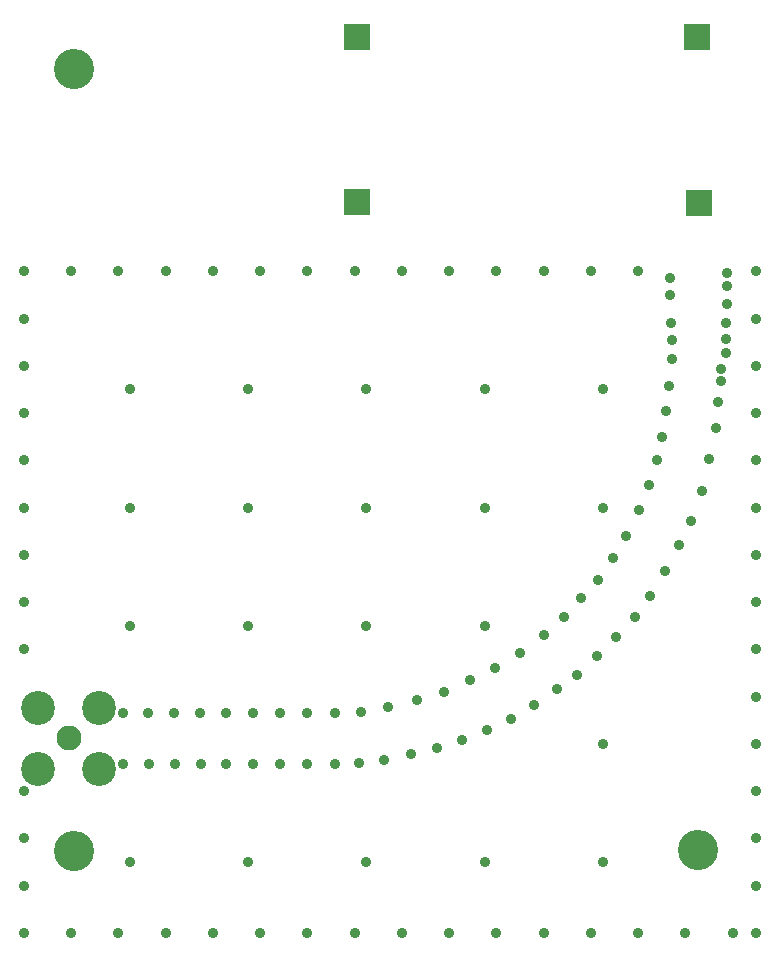
<source format=gbr>
G75*
%MOIN*%
%OFA0B0*%
%FSLAX25Y25*%
%IPPOS*%
%LPD*%
%AMOC8*
5,1,8,0,0,1.08239X$1,22.5*
%
%ADD10C,0.13398*%
%ADD11R,0.09068X0.09068*%
%ADD12R,0.08674X0.08674*%
%ADD13C,0.08300*%
%ADD14C,0.11300*%
%ADD15C,0.03581*%
D10*
X0066975Y0036433D03*
X0275242Y0036827D03*
X0066975Y0297063D03*
D11*
X0161541Y0307969D03*
X0161541Y0252850D03*
D12*
X0275321Y0252457D03*
X0274927Y0307969D03*
D13*
X0065321Y0074031D03*
D14*
X0055282Y0063993D03*
X0055282Y0084070D03*
X0075360Y0084070D03*
X0075360Y0063993D03*
D15*
X0050439Y0009268D03*
X0050439Y0025016D03*
X0050439Y0040764D03*
X0050439Y0056512D03*
X0083510Y0065567D03*
X0092171Y0065567D03*
X0100833Y0065567D03*
X0109494Y0065567D03*
X0117762Y0065567D03*
X0126817Y0065567D03*
X0135872Y0065567D03*
X0144927Y0065567D03*
X0153982Y0065567D03*
X0162250Y0065961D03*
X0170518Y0066748D03*
X0179573Y0068717D03*
X0188234Y0070685D03*
X0196502Y0073441D03*
X0204770Y0076984D03*
X0212644Y0080528D03*
X0220518Y0085252D03*
X0227998Y0090370D03*
X0234691Y0095094D03*
X0241384Y0101394D03*
X0247683Y0107693D03*
X0253982Y0114386D03*
X0259101Y0121472D03*
X0264219Y0129740D03*
X0268943Y0138402D03*
X0272880Y0146669D03*
X0276423Y0156512D03*
X0278786Y0167142D03*
X0281148Y0177378D03*
X0281935Y0186039D03*
X0282723Y0193126D03*
X0282723Y0197063D03*
X0284297Y0202575D03*
X0284297Y0207299D03*
X0284297Y0212417D03*
X0284691Y0218717D03*
X0284691Y0225016D03*
X0284691Y0229346D03*
X0294534Y0229740D03*
X0294534Y0213992D03*
X0294534Y0198244D03*
X0294534Y0182496D03*
X0294534Y0166748D03*
X0294534Y0151000D03*
X0294534Y0135252D03*
X0294534Y0119504D03*
X0294534Y0103756D03*
X0294534Y0088008D03*
X0294534Y0072260D03*
X0294534Y0056512D03*
X0294534Y0040764D03*
X0294534Y0025016D03*
X0294534Y0009268D03*
X0286660Y0009268D03*
X0270912Y0009268D03*
X0255164Y0009268D03*
X0239416Y0009268D03*
X0223667Y0009268D03*
X0207919Y0009268D03*
X0192171Y0009268D03*
X0176423Y0009268D03*
X0160675Y0009268D03*
X0144927Y0009268D03*
X0129179Y0009268D03*
X0113431Y0009268D03*
X0097683Y0009268D03*
X0081935Y0009268D03*
X0066187Y0009268D03*
X0085872Y0032890D03*
X0125242Y0032890D03*
X0164612Y0032890D03*
X0203982Y0032890D03*
X0243353Y0032890D03*
X0243353Y0072260D03*
X0215793Y0102575D03*
X0207526Y0097457D03*
X0199258Y0093520D03*
X0190597Y0089583D03*
X0181541Y0086827D03*
X0171699Y0084465D03*
X0162644Y0082890D03*
X0153982Y0082496D03*
X0144927Y0082496D03*
X0135872Y0082496D03*
X0126817Y0082496D03*
X0117762Y0082496D03*
X0109101Y0082496D03*
X0100439Y0082496D03*
X0091778Y0082496D03*
X0083510Y0082496D03*
X0085872Y0111630D03*
X0050439Y0119504D03*
X0050439Y0135252D03*
X0050439Y0151000D03*
X0050439Y0166748D03*
X0050439Y0182496D03*
X0050439Y0198244D03*
X0050439Y0213992D03*
X0050439Y0229740D03*
X0066187Y0229740D03*
X0081935Y0229740D03*
X0097683Y0229740D03*
X0113431Y0229740D03*
X0129179Y0229740D03*
X0144927Y0229740D03*
X0160675Y0229740D03*
X0176423Y0229740D03*
X0192171Y0229740D03*
X0207919Y0229740D03*
X0223667Y0229740D03*
X0239416Y0229740D03*
X0255164Y0229740D03*
X0265793Y0227378D03*
X0265793Y0221866D03*
X0266187Y0212417D03*
X0266581Y0206906D03*
X0266581Y0200606D03*
X0265400Y0191551D03*
X0264612Y0183283D03*
X0263038Y0174622D03*
X0261463Y0166748D03*
X0258707Y0158480D03*
X0255557Y0150213D03*
X0251227Y0141551D03*
X0246896Y0134071D03*
X0241778Y0126984D03*
X0236266Y0120685D03*
X0230360Y0114386D03*
X0223667Y0108480D03*
X0203982Y0111630D03*
X0203982Y0151000D03*
X0164612Y0151000D03*
X0164612Y0111630D03*
X0125242Y0111630D03*
X0125242Y0151000D03*
X0085872Y0151000D03*
X0085872Y0190370D03*
X0125242Y0190370D03*
X0164612Y0190370D03*
X0203982Y0190370D03*
X0243353Y0190370D03*
X0243353Y0151000D03*
X0050439Y0103756D03*
M02*

</source>
